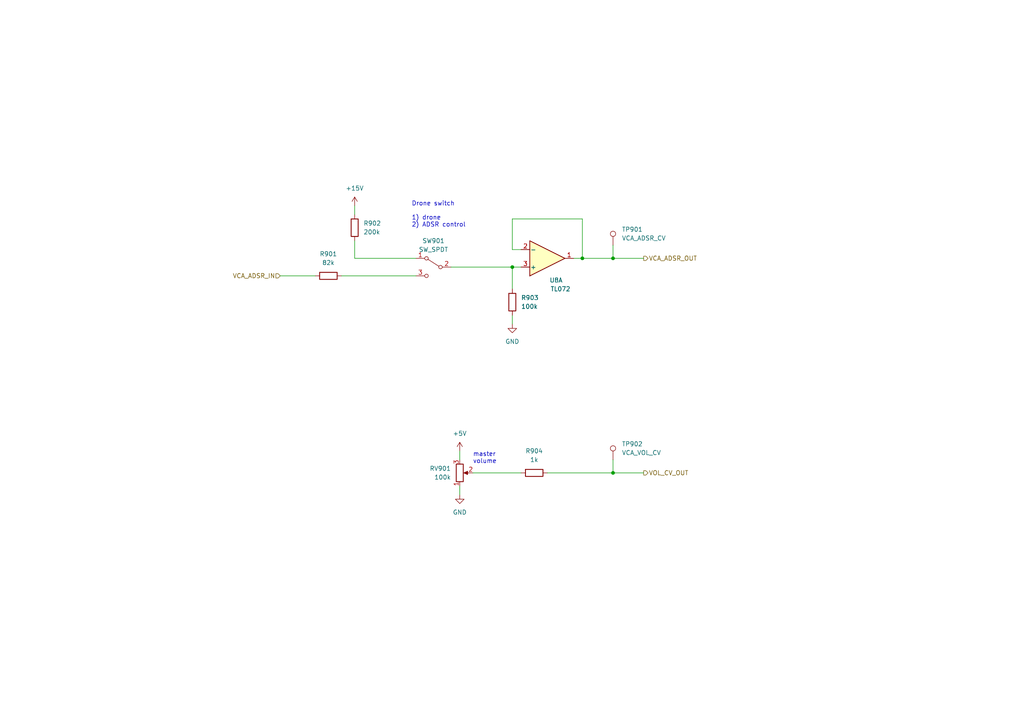
<source format=kicad_sch>
(kicad_sch (version 20230121) (generator eeschema)
  (paper "A4")
  (title_block (title "Josh Ox Ribbon Synth Ribbon board") (date "2023-09-03") (rev "1.1") (comment 1 "creativecommons.org/licences/by/4.0") (comment 2 "license: CC by 4.0") (comment 3 "Author: Jordan Aceto"))
  (lib_symbols
    (symbol "Amplifier_Operational:TL072" (pin_names (offset 0.127))
      (property "Reference" "U" (at 0 5.08 0))
      (property "Value" "TL072" (at 0 -5.08 0))
      (symbol "TL072_1_1"
        (polyline (pts (xy -5.08 5.08) (xy 5.08 0) (xy -5.08 -5.08) (xy -5.08 5.08)) (stroke (width 0.254)) (fill (type background)))
        (pin output line (at 7.62 0 180) (length 2.54) (name "~") (number "1"))
        (pin input line (at -7.62 -2.54 0) (length 2.54) (name "-") (number "2"))
        (pin input line (at -7.62 2.54 0) (length 2.54) (name "+") (number "3"))
      )
      (symbol "TL072_2_1"
        (polyline (pts (xy -5.08 5.08) (xy 5.08 0) (xy -5.08 -5.08) (xy -5.08 5.08)) (stroke (width 0.254)) (fill (type background)))
        (pin input line (at -7.62 2.54 0) (length 2.54) (name "+") (number "5"))
        (pin input line (at -7.62 -2.54 0) (length 2.54) (name "-") (number "6"))
        (pin output line (at 7.62 0 180) (length 2.54) (name "~") (number "7"))
      )
      (symbol "TL072_3_1"
        (pin power_in line (at -2.54 -7.62 90) (length 3.81) (name "V-") (number "4"))
        (pin power_in line (at -2.54 7.62 270) (length 3.81) (name "V+") (number "8"))
      )
    )
    (symbol "Connector:TestPoint" (pin_numbers hide) (pin_names (offset 0.762) hide)
      (property "Reference" "TP" (at 0 6.858 0))
      (property "Value" "TestPoint" (at 0 5.08 0))
      (symbol "TestPoint_0_1"
        (circle (center 0 3.302) (radius 0.762))
      )
      (symbol "TestPoint_1_1"
        (pin passive line (at 0 0 90) (length 2.54) (name "1") (number "1"))
      )
    )
    (symbol "Device:R" (pin_numbers hide) (pin_names (offset 0))
      (property "Reference" "R" (at 2.032 0 90))
      (property "Value" "R" (at 0 0 90))
      (symbol "R_0_1"
        (rectangle (start -1.016 -2.54) (end 1.016 2.54) (stroke (width 0.254)))
      )
      (symbol "R_1_1"
        (pin passive line (at 0 3.81 270) (length 1.27) (name "~") (number "1"))
        (pin passive line (at 0 -3.81 90) (length 1.27) (name "~") (number "2"))
      )
    )
    (symbol "Device:R_Potentiometer" (pin_names (offset 1.016) hide)
      (property "Reference" "RV" (at -4.445 0 90))
      (property "Value" "R_Potentiometer" (at -2.54 0 90))
      (symbol "R_Potentiometer_0_1"
        (polyline (pts (xy 2.54 0) (xy 1.524 0)))
        (polyline (pts (xy 1.143 0) (xy 2.286 0.508) (xy 2.286 -0.508) (xy 1.143 0)) (fill (type outline)))
        (rectangle (start 1.016 2.54) (end -1.016 -2.54) (stroke (width 0.254)))
      )
      (symbol "R_Potentiometer_1_1"
        (pin passive line (at 0 3.81 270) (length 1.27) (name "1") (number "1"))
        (pin passive line (at 3.81 0 180) (length 1.27) (name "2") (number "2"))
        (pin passive line (at 0 -3.81 90) (length 1.27) (name "3") (number "3"))
      )
    )
    (symbol "Switch:SW_SPDT" (pin_names (offset 0) hide)
      (property "Reference" "SW" (at 0 4.318 0))
      (property "Value" "SW_SPDT" (at 0 -5.08 0))
      (symbol "SW_SPDT_0_0"
        (circle (center -2.032 0) (radius 0.508))
        (circle (center 2.032 -2.54) (radius 0.508))
      )
      (symbol "SW_SPDT_0_1"
        (polyline (pts (xy -1.524 0.254) (xy 1.651 2.286)))
        (circle (center 2.032 2.54) (radius 0.508))
      )
      (symbol "SW_SPDT_1_1"
        (pin passive line (at 5.08 2.54 180) (length 2.54) (name "A") (number "1"))
        (pin passive line (at -5.08 0 0) (length 2.54) (name "B") (number "2"))
        (pin passive line (at 5.08 -2.54 180) (length 2.54) (name "C") (number "3"))
      )
    )
    (symbol "power:+15V" (power) (pin_names (offset 0))
      (property "Value" "+15V" (at 0 3.556 0))
      (symbol "+15V_0_1"
        (polyline (pts (xy -0.762 1.27) (xy 0 2.54)))
        (polyline (pts (xy 0 0) (xy 0 2.54)))
        (polyline (pts (xy 0 2.54) (xy 0.762 1.27)))
      )
      (symbol "+15V_1_1"
        (pin power_in line (at 0 0 90) (length 0) hide (name "+15V") (number "1"))
      )
    )
    (symbol "power:+5V" (power) (pin_names (offset 0))
      (property "Value" "+5V" (at 0 3.556 0))
      (symbol "+5V_0_1"
        (polyline (pts (xy -0.762 1.27) (xy 0 2.54)))
        (polyline (pts (xy 0 0) (xy 0 2.54)))
        (polyline (pts (xy 0 2.54) (xy 0.762 1.27)))
      )
      (symbol "+5V_1_1"
        (pin power_in line (at 0 0 90) (length 0) hide (name "+5V") (number "1"))
      )
    )
    (symbol "power:GND" (power) (pin_names (offset 0))
      (property "Value" "GND" (at 0 -3.81 0))
      (symbol "GND_0_1"
        (polyline (pts (xy 0 0) (xy 0 -1.27) (xy 1.27 -1.27) (xy 0 -2.54) (xy -1.27 -1.27) (xy 0 -1.27)))
      )
      (symbol "GND_1_1"
        (pin power_in line (at 0 0 270) (length 0) hide (name "GND") (number "1"))
      )
    )
  )
  (junction (at 168.91 74.93))
  (junction (at 148.59 77.47))
  (junction (at 177.8 74.93))
  (junction (at 177.8 137.16))
  (wire (pts (xy 81.28 80.01) (xy 91.44 80.01)))
  (wire (pts (xy 177.8 74.93) (xy 186.69 74.93)))
  (wire (pts (xy 177.8 137.16) (xy 186.69 137.16)))
  (wire (pts (xy 148.59 91.44) (xy 148.59 93.98)))
  (wire (pts (xy 168.91 74.93) (xy 177.8 74.93)))
  (wire (pts (xy 148.59 63.5) (xy 168.91 63.5)))
  (wire (pts (xy 148.59 77.47) (xy 148.59 83.82)))
  (wire (pts (xy 148.59 72.39) (xy 148.59 63.5)))
  (wire (pts (xy 99.06 80.01) (xy 120.65 80.01)))
  (wire (pts (xy 177.8 71.12) (xy 177.8 74.93)))
  (wire (pts (xy 137.16 137.16) (xy 151.13 137.16)))
  (wire (pts (xy 102.87 59.69) (xy 102.87 62.23)))
  (wire (pts (xy 102.87 74.93) (xy 120.65 74.93)))
  (wire (pts (xy 102.87 69.85) (xy 102.87 74.93)))
  (wire (pts (xy 148.59 77.47) (xy 151.13 77.47)))
  (wire (pts (xy 133.35 130.81) (xy 133.35 133.35)))
  (wire (pts (xy 133.35 140.97) (xy 133.35 143.51)))
  (wire (pts (xy 151.13 72.39) (xy 148.59 72.39)))
  (wire (pts (xy 130.81 77.47) (xy 148.59 77.47)))
  (wire (pts (xy 168.91 74.93) (xy 166.37 74.93)))
  (wire (pts (xy 177.8 133.35) (xy 177.8 137.16)))
  (wire (pts (xy 168.91 63.5) (xy 168.91 74.93)))
  (wire (pts (xy 158.75 137.16) (xy 177.8 137.16)))
  (text "master\nvolume" (at 137.16 134.62 0) (effects (font (size 1.27 1.27)) (justify left bottom)))
  (text "Drone switch\n\n1) drone\n2) ADSR control" (at 119.38 66.04 0) (effects (font (size 1.27 1.27)) (justify left bottom)))
  (hierarchical_label "VCA_ADSR_IN" (shape input) (at 81.28 80.01 180))
  (hierarchical_label "VOL_CV_OUT" (shape output) (at 186.69 137.16 0))
  (hierarchical_label "VCA_ADSR_OUT" (shape output) (at 186.69 74.93 0))
  (symbol (lib_id "Device:R") (at 102.87 66.04 0) (unit 1)
    (property "Reference" "R902" (at 105.41 64.7699 0) (effects (justify left)))
    (property "Value" "200k" (at 105.41 67.3099 0) (effects (justify left)))
    (property "Footprint" "Resistor_SMD:R_0805_2012Metric" (effects hide))
  )
  (symbol (lib_id "power:GND") (at 148.59 93.98 0) (unit 1)
    (property "Reference" "#PWR0904" (effects hide))
    (property "Value" "GND" (at 148.59 99.06 0))
  )
  (symbol (lib_id "power:GND") (at 133.35 143.51 0) (unit 1)
    (property "Reference" "#PWR0903" (effects hide))
    (property "Value" "GND" (at 133.35 148.59 0))
  )
  (symbol (lib_id "Device:R") (at 148.59 87.63 180) (unit 1)
    (property "Reference" "R903" (at 151.13 86.3599 0) (effects (justify right)))
    (property "Value" "100k" (at 151.13 88.8999 0) (effects (justify right)))
    (property "Footprint" "Resistor_SMD:R_0805_2012Metric" (effects hide))
  )
  (symbol (lib_id "power:+5V") (at 133.35 130.81 0) (unit 1)
    (property "Reference" "#PWR0902" (effects hide))
    (property "Value" "+5V" (at 133.35 125.73 0))
  )
  (symbol (lib_id "Device:R") (at 154.94 137.16 90) (unit 1)
    (property "Reference" "R904" (at 154.94 130.81 90))
    (property "Value" "1k" (at 154.94 133.35 90))
    (property "Footprint" "Resistor_SMD:R_0805_2012Metric" (effects hide))
  )
  (symbol (lib_id "Connector:TestPoint") (at 177.8 133.35 0) (unit 1) (in_bom no)
    (property "Reference" "TP902" (at 180.34 128.7779 0) (effects (justify left)))
    (property "Value" "VCA_VOL_CV" (at 180.34 131.3179 0) (effects (justify left)))
    (property "Footprint" "TestPoint:TestPoint_Keystone_5000-5004_Miniature" (effects hide))
  )
  (symbol (lib_id "Device:R") (at 95.25 80.01 90) (unit 1)
    (property "Reference" "R901" (at 95.25 73.66 90))
    (property "Value" "82k" (at 95.25 76.2 90))
    (property "Footprint" "Resistor_SMD:R_0805_2012Metric" (effects hide))
  )
  (symbol (lib_id "Amplifier_Operational:TL072") (at 158.75 74.93 0) (mirror x) (unit 1)
    (property "Reference" "U8" (at 161.29 81.28 0))
    (property "Value" "TL072" (at 162.56 83.82 0))
    (property "Footprint" "Package_SO:SOIC-8_3.9x4.9mm_P1.27mm" (effects hide))
    (property "Datasheet" "http://www.ti.com/lit/ds/symlink/tl071.pdf" (effects hide))
  )
  (symbol (lib_id "power:+15V") (at 102.87 59.69 0) (unit 1)
    (property "Reference" "#PWR0901" (effects hide))
    (property "Value" "+15V" (at 102.87 54.61 0))
  )
  (symbol (lib_id "Switch:SW_SPDT") (at 125.73 77.47 0) (mirror y) (unit 1)
    (property "Reference" "SW901" (at 125.73 69.85 0))
    (property "Value" "SW_SPDT" (at 125.73 72.39 0))
    (property "Footprint" "custom_footprints:SPDT_mini_toggle" (effects hide))
  )
  (symbol (lib_id "Device:R_Potentiometer") (at 133.35 137.16 0) (mirror x) (unit 1)
    (property "Reference" "RV901" (at 130.81 135.8899 0) (effects (justify right)))
    (property "Value" "100k" (at 130.81 138.4299 0) (effects (justify right)))
    (property "Footprint" "Potentiometer_THT:Potentiometer_Alpha_RD901F-40-00D_Single_Vertical" (effects hide))
  )
  (symbol (lib_id "Connector:TestPoint") (at 177.8 71.12 0) (unit 1) (in_bom no)
    (property "Reference" "TP901" (at 180.34 66.5479 0) (effects (justify left)))
    (property "Value" "VCA_ADSR_CV" (at 180.34 69.0879 0) (effects (justify left)))
    (property "Footprint" "TestPoint:TestPoint_Keystone_5000-5004_Miniature" (effects hide))
  )
)
</source>
